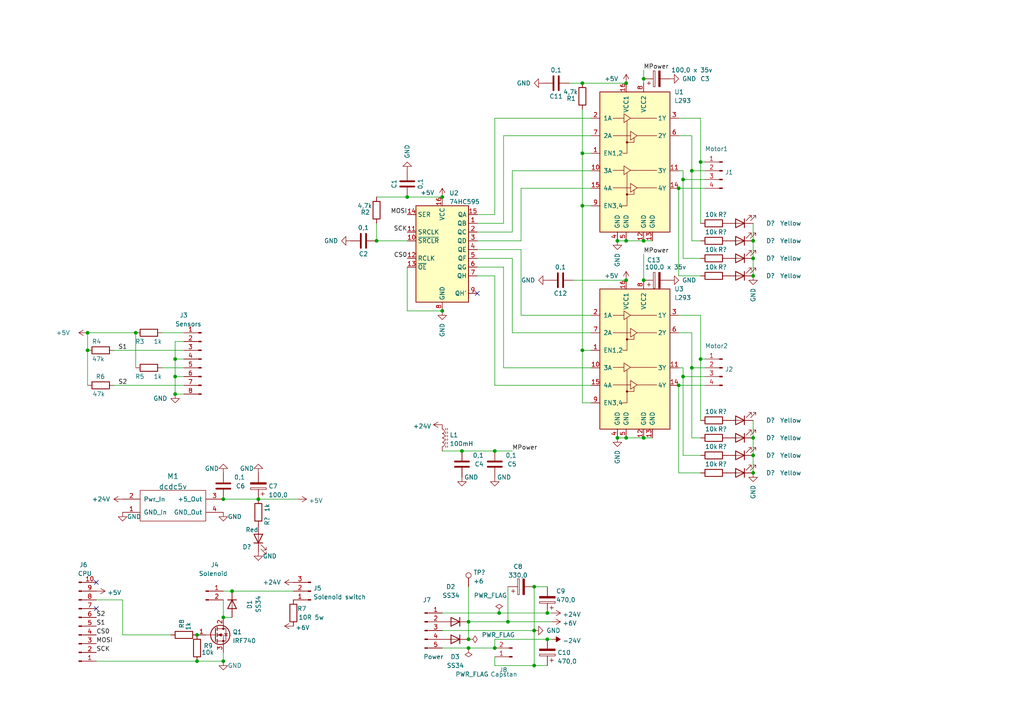
<source format=kicad_sch>
(kicad_sch (version 20211123) (generator eeschema)
  (paper "A4")
  (lib_symbols
    (symbol "74xx:74HC595"
      (property "Reference" "U" (at -7.62 13.97 0))
      (property "Value" "74HC595" (at -7.62 -16.51 0))
      (symbol "74HC595_1_0"
        (pin tri_state line (at 10.16 7.62 180) (length 2.54) (name "QB") (number "1"))
        (pin input line (at -10.16 2.54 0) (length 2.54) (name "~{SRCLR}") (number "10"))
        (pin input line (at -10.16 5.08 0) (length 2.54) (name "SRCLK") (number "11"))
        (pin input line (at -10.16 -2.54 0) (length 2.54) (name "RCLK") (number "12"))
        (pin input line (at -10.16 -5.08 0) (length 2.54) (name "~{OE}") (number "13"))
        (pin input line (at -10.16 10.16 0) (length 2.54) (name "SER") (number "14"))
        (pin tri_state line (at 10.16 10.16 180) (length 2.54) (name "QA") (number "15"))
        (pin power_in line (at 0 15.24 270) (length 2.54) (name "VCC") (number "16"))
        (pin tri_state line (at 10.16 5.08 180) (length 2.54) (name "QC") (number "2"))
        (pin tri_state line (at 10.16 2.54 180) (length 2.54) (name "QD") (number "3"))
        (pin tri_state line (at 10.16 0 180) (length 2.54) (name "QE") (number "4"))
        (pin tri_state line (at 10.16 -2.54 180) (length 2.54) (name "QF") (number "5"))
        (pin tri_state line (at 10.16 -5.08 180) (length 2.54) (name "QG") (number "6"))
        (pin tri_state line (at 10.16 -7.62 180) (length 2.54) (name "QH") (number "7"))
        (pin power_in line (at 0 -17.78 90) (length 2.54) (name "GND") (number "8"))
        (pin output line (at 10.16 -12.7 180) (length 2.54) (name "QH'") (number "9"))
      )
      (symbol "74HC595_1_1"
        (rectangle (start -7.62 12.7) (end 7.62 -15.24) (stroke (width 0.254)) (fill (type background)))
      )
    )
    (symbol "Connector:Conn_01x02_Male" (pin_names (offset 1.016) hide)
      (property "Reference" "J" (at 0 2.54 0))
      (property "Value" "Conn_01x02_Male" (at 0 -5.08 0))
      (symbol "Conn_01x02_Male_1_1"
        (polyline (pts (xy 1.27 -2.54) (xy 0.8636 -2.54)) (stroke (width 0.1524)))
        (polyline (pts (xy 1.27 0) (xy 0.8636 0)) (stroke (width 0.1524)))
        (rectangle (start 0.8636 -2.413) (end 0 -2.667) (stroke (width 0.1524)) (fill (type outline)))
        (rectangle (start 0.8636 0.127) (end 0 -0.127) (stroke (width 0.1524)) (fill (type outline)))
        (pin passive line (at 5.08 0 180) (length 3.81) (name "Pin_1") (number "1"))
        (pin passive line (at 5.08 -2.54 180) (length 3.81) (name "Pin_2") (number "2"))
      )
    )
    (symbol "Connector:Conn_01x03_Male" (pin_names (offset 1.016) hide)
      (property "Reference" "J" (at 0 5.08 0))
      (property "Value" "Conn_01x03_Male" (at 0 -5.08 0))
      (symbol "Conn_01x03_Male_1_1"
        (polyline (pts (xy 1.27 -2.54) (xy 0.8636 -2.54)) (stroke (width 0.1524)))
        (polyline (pts (xy 1.27 0) (xy 0.8636 0)) (stroke (width 0.1524)))
        (polyline (pts (xy 1.27 2.54) (xy 0.8636 2.54)) (stroke (width 0.1524)))
        (rectangle (start 0.8636 -2.413) (end 0 -2.667) (stroke (width 0.1524)) (fill (type outline)))
        (rectangle (start 0.8636 0.127) (end 0 -0.127) (stroke (width 0.1524)) (fill (type outline)))
        (rectangle (start 0.8636 2.667) (end 0 2.413) (stroke (width 0.1524)) (fill (type outline)))
        (pin passive line (at 5.08 2.54 180) (length 3.81) (name "Pin_1") (number "1"))
        (pin passive line (at 5.08 0 180) (length 3.81) (name "Pin_2") (number "2"))
        (pin passive line (at 5.08 -2.54 180) (length 3.81) (name "Pin_3") (number "3"))
      )
    )
    (symbol "Connector:Conn_01x04_Male" (pin_names (offset 1.016) hide)
      (property "Reference" "J" (at 0 5.08 0))
      (property "Value" "Conn_01x04_Male" (at 0 -7.62 0))
      (symbol "Conn_01x04_Male_1_1"
        (polyline (pts (xy 1.27 -5.08) (xy 0.8636 -5.08)) (stroke (width 0.1524)))
        (polyline (pts (xy 1.27 -2.54) (xy 0.8636 -2.54)) (stroke (width 0.1524)))
        (polyline (pts (xy 1.27 0) (xy 0.8636 0)) (stroke (width 0.1524)))
        (polyline (pts (xy 1.27 2.54) (xy 0.8636 2.54)) (stroke (width 0.1524)))
        (rectangle (start 0.8636 -4.953) (end 0 -5.207) (stroke (width 0.1524)) (fill (type outline)))
        (rectangle (start 0.8636 -2.413) (end 0 -2.667) (stroke (width 0.1524)) (fill (type outline)))
        (rectangle (start 0.8636 0.127) (end 0 -0.127) (stroke (width 0.1524)) (fill (type outline)))
        (rectangle (start 0.8636 2.667) (end 0 2.413) (stroke (width 0.1524)) (fill (type outline)))
        (pin passive line (at 5.08 2.54 180) (length 3.81) (name "Pin_1") (number "1"))
        (pin passive line (at 5.08 0 180) (length 3.81) (name "Pin_2") (number "2"))
        (pin passive line (at 5.08 -2.54 180) (length 3.81) (name "Pin_3") (number "3"))
        (pin passive line (at 5.08 -5.08 180) (length 3.81) (name "Pin_4") (number "4"))
      )
    )
    (symbol "Connector:Conn_01x05_Male" (pin_names (offset 1.016) hide)
      (property "Reference" "J" (at 0 7.62 0))
      (property "Value" "Conn_01x05_Male" (at 0 -7.62 0))
      (symbol "Conn_01x05_Male_1_1"
        (polyline (pts (xy 1.27 -5.08) (xy 0.8636 -5.08)) (stroke (width 0.1524)))
        (polyline (pts (xy 1.27 -2.54) (xy 0.8636 -2.54)) (stroke (width 0.1524)))
        (polyline (pts (xy 1.27 0) (xy 0.8636 0)) (stroke (width 0.1524)))
        (polyline (pts (xy 1.27 2.54) (xy 0.8636 2.54)) (stroke (width 0.1524)))
        (polyline (pts (xy 1.27 5.08) (xy 0.8636 5.08)) (stroke (width 0.1524)))
        (rectangle (start 0.8636 -4.953) (end 0 -5.207) (stroke (width 0.1524)) (fill (type outline)))
        (rectangle (start 0.8636 -2.413) (end 0 -2.667) (stroke (width 0.1524)) (fill (type outline)))
        (rectangle (start 0.8636 0.127) (end 0 -0.127) (stroke (width 0.1524)) (fill (type outline)))
        (rectangle (start 0.8636 2.667) (end 0 2.413) (stroke (width 0.1524)) (fill (type outline)))
        (rectangle (start 0.8636 5.207) (end 0 4.953) (stroke (width 0.1524)) (fill (type outline)))
        (pin passive line (at 5.08 5.08 180) (length 3.81) (name "Pin_1") (number "1"))
        (pin passive line (at 5.08 2.54 180) (length 3.81) (name "Pin_2") (number "2"))
        (pin passive line (at 5.08 0 180) (length 3.81) (name "Pin_3") (number "3"))
        (pin passive line (at 5.08 -2.54 180) (length 3.81) (name "Pin_4") (number "4"))
        (pin passive line (at 5.08 -5.08 180) (length 3.81) (name "Pin_5") (number "5"))
      )
    )
    (symbol "Connector:Conn_01x08_Male" (pin_names (offset 1.016) hide)
      (property "Reference" "J" (at 0 10.16 0))
      (property "Value" "Conn_01x08_Male" (at 0 -12.7 0))
      (symbol "Conn_01x08_Male_1_1"
        (polyline (pts (xy 1.27 -10.16) (xy 0.8636 -10.16)) (stroke (width 0.1524)))
        (polyline (pts (xy 1.27 -7.62) (xy 0.8636 -7.62)) (stroke (width 0.1524)))
        (polyline (pts (xy 1.27 -5.08) (xy 0.8636 -5.08)) (stroke (width 0.1524)))
        (polyline (pts (xy 1.27 -2.54) (xy 0.8636 -2.54)) (stroke (width 0.1524)))
        (polyline (pts (xy 1.27 0) (xy 0.8636 0)) (stroke (width 0.1524)))
        (polyline (pts (xy 1.27 2.54) (xy 0.8636 2.54)) (stroke (width 0.1524)))
        (polyline (pts (xy 1.27 5.08) (xy 0.8636 5.08)) (stroke (width 0.1524)))
        (polyline (pts (xy 1.27 7.62) (xy 0.8636 7.62)) (stroke (width 0.1524)))
        (rectangle (start 0.8636 -10.033) (end 0 -10.287) (stroke (width 0.1524)) (fill (type outline)))
        (rectangle (start 0.8636 -7.493) (end 0 -7.747) (stroke (width 0.1524)) (fill (type outline)))
        (rectangle (start 0.8636 -4.953) (end 0 -5.207) (stroke (width 0.1524)) (fill (type outline)))
        (rectangle (start 0.8636 -2.413) (end 0 -2.667) (stroke (width 0.1524)) (fill (type outline)))
        (rectangle (start 0.8636 0.127) (end 0 -0.127) (stroke (width 0.1524)) (fill (type outline)))
        (rectangle (start 0.8636 2.667) (end 0 2.413) (stroke (width 0.1524)) (fill (type outline)))
        (rectangle (start 0.8636 5.207) (end 0 4.953) (stroke (width 0.1524)) (fill (type outline)))
        (rectangle (start 0.8636 7.747) (end 0 7.493) (stroke (width 0.1524)) (fill (type outline)))
        (pin passive line (at 5.08 7.62 180) (length 3.81) (name "Pin_1") (number "1"))
        (pin passive line (at 5.08 5.08 180) (length 3.81) (name "Pin_2") (number "2"))
        (pin passive line (at 5.08 2.54 180) (length 3.81) (name "Pin_3") (number "3"))
        (pin passive line (at 5.08 0 180) (length 3.81) (name "Pin_4") (number "4"))
        (pin passive line (at 5.08 -2.54 180) (length 3.81) (name "Pin_5") (number "5"))
        (pin passive line (at 5.08 -5.08 180) (length 3.81) (name "Pin_6") (number "6"))
        (pin passive line (at 5.08 -7.62 180) (length 3.81) (name "Pin_7") (number "7"))
        (pin passive line (at 5.08 -10.16 180) (length 3.81) (name "Pin_8") (number "8"))
      )
    )
    (symbol "Connector:Conn_01x10_Male" (pin_names (offset 1.016) hide)
      (property "Reference" "J" (at 0 12.7 0))
      (property "Value" "Conn_01x10_Male" (at 0 -15.24 0))
      (symbol "Conn_01x10_Male_1_1"
        (polyline (pts (xy 1.27 -12.7) (xy 0.8636 -12.7)) (stroke (width 0.1524)))
        (polyline (pts (xy 1.27 -10.16) (xy 0.8636 -10.16)) (stroke (width 0.1524)))
        (polyline (pts (xy 1.27 -7.62) (xy 0.8636 -7.62)) (stroke (width 0.1524)))
        (polyline (pts (xy 1.27 -5.08) (xy 0.8636 -5.08)) (stroke (width 0.1524)))
        (polyline (pts (xy 1.27 -2.54) (xy 0.8636 -2.54)) (stroke (width 0.1524)))
        (polyline (pts (xy 1.27 0) (xy 0.8636 0)) (stroke (width 0.1524)))
        (polyline (pts (xy 1.27 2.54) (xy 0.8636 2.54)) (stroke (width 0.1524)))
        (polyline (pts (xy 1.27 5.08) (xy 0.8636 5.08)) (stroke (width 0.1524)))
        (polyline (pts (xy 1.27 7.62) (xy 0.8636 7.62)) (stroke (width 0.1524)))
        (polyline (pts (xy 1.27 10.16) (xy 0.8636 10.16)) (stroke (width 0.1524)))
        (rectangle (start 0.8636 -12.573) (end 0 -12.827) (stroke (width 0.1524)) (fill (type outline)))
        (rectangle (start 0.8636 -10.033) (end 0 -10.287) (stroke (width 0.1524)) (fill (type outline)))
        (rectangle (start 0.8636 -7.493) (end 0 -7.747) (stroke (width 0.1524)) (fill (type outline)))
        (rectangle (start 0.8636 -4.953) (end 0 -5.207) (stroke (width 0.1524)) (fill (type outline)))
        (rectangle (start 0.8636 -2.413) (end 0 -2.667) (stroke (width 0.1524)) (fill (type outline)))
        (rectangle (start 0.8636 0.127) (end 0 -0.127) (stroke (width 0.1524)) (fill (type outline)))
        (rectangle (start 0.8636 2.667) (end 0 2.413) (stroke (width 0.1524)) (fill (type outline)))
        (rectangle (start 0.8636 5.207) (end 0 4.953) (stroke (width 0.1524)) (fill (type outline)))
        (rectangle (start 0.8636 7.747) (end 0 7.493) (stroke (width 0.1524)) (fill (type outline)))
        (rectangle (start 0.8636 10.287) (end 0 10.033) (stroke (width 0.1524)) (fill (type outline)))
        (pin passive line (at 5.08 10.16 180) (length 3.81) (name "Pin_1") (number "1"))
        (pin passive line (at 5.08 -12.7 180) (length 3.81) (name "Pin_10") (number "10"))
        (pin passive line (at 5.08 7.62 180) (length 3.81) (name "Pin_2") (number "2"))
        (pin passive line (at 5.08 5.08 180) (length 3.81) (name "Pin_3") (number "3"))
        (pin passive line (at 5.08 2.54 180) (length 3.81) (name "Pin_4") (number "4"))
        (pin passive line (at 5.08 0 180) (length 3.81) (name "Pin_5") (number "5"))
        (pin passive line (at 5.08 -2.54 180) (length 3.81) (name "Pin_6") (number "6"))
        (pin passive line (at 5.08 -5.08 180) (length 3.81) (name "Pin_7") (number "7"))
        (pin passive line (at 5.08 -7.62 180) (length 3.81) (name "Pin_8") (number "8"))
        (pin passive line (at 5.08 -10.16 180) (length 3.81) (name "Pin_9") (number "9"))
      )
    )
    (symbol "Connector:TestPoint" (pin_numbers hide) (pin_names (offset 0.762) hide)
      (property "Reference" "TP" (at 0 6.858 0))
      (property "Value" "TestPoint" (at 0 5.08 0))
      (symbol "TestPoint_0_1"
        (circle (center 0 3.302) (radius 0.762))
      )
      (symbol "TestPoint_1_1"
        (pin passive line (at 0 0 90) (length 2.54) (name "1") (number "1"))
      )
    )
    (symbol "Device:C" (pin_numbers hide) (pin_names (offset 0.254))
      (property "Reference" "C" (at 0.635 2.54 0))
      (property "Value" "C" (at 0.635 -2.54 0))
      (symbol "C_0_1"
        (polyline (pts (xy -2.032 -0.762) (xy 2.032 -0.762)) (stroke (width 0.508)))
        (polyline (pts (xy -2.032 0.762) (xy 2.032 0.762)) (stroke (width 0.508)))
      )
      (symbol "C_1_1"
        (pin passive line (at 0 3.81 270) (length 2.794) (name "~") (number "1"))
        (pin passive line (at 0 -3.81 90) (length 2.794) (name "~") (number "2"))
      )
    )
    (symbol "Device:C_Polarized" (pin_numbers hide) (pin_names (offset 0.254))
      (property "Reference" "C" (at 0.635 2.54 0))
      (property "Value" "C_Polarized" (at 0.635 -2.54 0))
      (symbol "C_Polarized_0_1"
        (rectangle (start -2.286 0.508) (end 2.286 1.016))
        (polyline (pts (xy -1.778 2.286) (xy -0.762 2.286)))
        (polyline (pts (xy -1.27 2.794) (xy -1.27 1.778)))
        (rectangle (start 2.286 -0.508) (end -2.286 -1.016) (fill (type outline)))
      )
      (symbol "C_Polarized_1_1"
        (pin passive line (at 0 3.81 270) (length 2.794) (name "~") (number "1"))
        (pin passive line (at 0 -3.81 90) (length 2.794) (name "~") (number "2"))
      )
    )
    (symbol "Device:D" (pin_numbers hide) (pin_names (offset 1.016) hide)
      (property "Reference" "D" (at 0 2.54 0))
      (property "Value" "D" (at 0 -2.54 0))
      (symbol "D_0_1"
        (polyline (pts (xy -1.27 1.27) (xy -1.27 -1.27)) (stroke (width 0.254)))
        (polyline (pts (xy 1.27 0) (xy -1.27 0)))
        (polyline (pts (xy 1.27 1.27) (xy 1.27 -1.27) (xy -1.27 0) (xy 1.27 1.27)) (stroke (width 0.254)))
      )
      (symbol "D_1_1"
        (pin passive line (at -3.81 0 0) (length 2.54) (name "K") (number "1"))
        (pin passive line (at 3.81 0 180) (length 2.54) (name "A") (number "2"))
      )
    )
    (symbol "Device:LED" (pin_numbers hide) (pin_names (offset 1.016) hide)
      (property "Reference" "D" (at 0 2.54 0))
      (property "Value" "LED" (at 0 -2.54 0))
      (symbol "LED_0_1"
        (polyline (pts (xy -1.27 -1.27) (xy -1.27 1.27)) (stroke (width 0.254)))
        (polyline (pts (xy -1.27 0) (xy 1.27 0)))
        (polyline (pts (xy 1.27 -1.27) (xy 1.27 1.27) (xy -1.27 0) (xy 1.27 -1.27)) (stroke (width 0.254)))
        (polyline (pts (xy -3.048 -0.762) (xy -4.572 -2.286) (xy -3.81 -2.286) (xy -4.572 -2.286) (xy -4.572 -1.524)))
        (polyline (pts (xy -1.778 -0.762) (xy -3.302 -2.286) (xy -2.54 -2.286) (xy -3.302 -2.286) (xy -3.302 -1.524)))
      )
      (symbol "LED_1_1"
        (pin passive line (at -3.81 0 0) (length 2.54) (name "K") (number "1"))
        (pin passive line (at 3.81 0 180) (length 2.54) (name "A") (number "2"))
      )
    )
    (symbol "Device:L_Ferrite" (pin_numbers hide) (pin_names (offset 1.016) hide)
      (property "Reference" "L" (at -1.27 0 90))
      (property "Value" "L_Ferrite" (at 2.794 0 90))
      (symbol "L_Ferrite_0_1"
        (arc (start 0 -2.54) (mid 0.635 -1.905) (end 0 -1.27))
        (arc (start 0 -1.27) (mid 0.635 -0.635) (end 0 0))
        (polyline (pts (xy 1.016 -2.794) (xy 1.016 -2.286)))
        (polyline (pts (xy 1.016 -1.778) (xy 1.016 -1.27)))
        (polyline (pts (xy 1.016 -0.762) (xy 1.016 -0.254)))
        (polyline (pts (xy 1.016 0.254) (xy 1.016 0.762)))
        (polyline (pts (xy 1.016 1.27) (xy 1.016 1.778)))
        (polyline (pts (xy 1.016 2.286) (xy 1.016 2.794)))
        (polyline (pts (xy 1.524 -2.286) (xy 1.524 -2.794)))
        (polyline (pts (xy 1.524 -1.27) (xy 1.524 -1.778)))
        (polyline (pts (xy 1.524 -0.254) (xy 1.524 -0.762)))
        (polyline (pts (xy 1.524 0.762) (xy 1.524 0.254)))
        (polyline (pts (xy 1.524 1.778) (xy 1.524 1.27)))
        (polyline (pts (xy 1.524 2.794) (xy 1.524 2.286)))
        (arc (start 0 0) (mid 0.635 0.635) (end 0 1.27))
        (arc (start 0 1.27) (mid 0.635 1.905) (end 0 2.54))
      )
      (symbol "L_Ferrite_1_1"
        (pin passive line (at 0 3.81 270) (length 1.27) (name "1") (number "1"))
        (pin passive line (at 0 -3.81 90) (length 1.27) (name "2") (number "2"))
      )
    )
    (symbol "Device:R" (pin_numbers hide) (pin_names (offset 0))
      (property "Reference" "R" (at 2.032 0 90))
      (property "Value" "R" (at 0 0 90))
      (symbol "R_0_1"
        (rectangle (start -1.016 -2.54) (end 1.016 2.54) (stroke (width 0.254)))
      )
      (symbol "R_1_1"
        (pin passive line (at 0 3.81 270) (length 1.27) (name "~") (number "1"))
        (pin passive line (at 0 -3.81 90) (length 1.27) (name "~") (number "2"))
      )
    )
    (symbol "Driver_Motor:L293" (pin_names (offset 1.016))
      (property "Reference" "U" (at -5.08 26.035 0))
      (property "Value" "L293" (at -5.08 24.13 0))
      (symbol "L293_0_1"
        (rectangle (start -10.16 22.86) (end 10.16 -17.78) (stroke (width 0.254)) (fill (type background)))
        (circle (center -2.286 -6.858) (radius 0.254) (fill (type outline)))
        (circle (center -2.286 8.255) (radius 0.254) (fill (type outline)))
        (polyline (pts (xy -6.35 -4.953) (xy -1.27 -4.953)))
        (polyline (pts (xy -6.35 0.127) (xy -3.175 0.127)))
        (polyline (pts (xy -6.35 10.16) (xy -1.27 10.16)))
        (polyline (pts (xy -6.35 15.24) (xy -3.175 15.24)))
        (polyline (pts (xy -1.27 0.127) (xy 6.35 0.127)))
        (polyline (pts (xy -1.27 15.24) (xy 6.35 15.24)))
        (polyline (pts (xy 0.635 -4.953) (xy 6.35 -4.953)))
        (polyline (pts (xy 0.635 10.16) (xy 6.35 10.16)))
        (polyline (pts (xy -2.286 -6.858) (xy -0.254 -6.858) (xy -0.254 -5.588)))
        (polyline (pts (xy -2.286 -0.635) (xy -2.286 -10.16) (xy -3.556 -10.16)))
        (polyline (pts (xy -2.286 8.255) (xy -0.254 8.255) (xy -0.254 9.525)))
        (polyline (pts (xy -2.286 14.478) (xy -2.286 5.08) (xy -3.556 5.08)))
        (polyline (pts (xy -3.175 1.397) (xy -3.175 -1.143) (xy -1.27 0.127) (xy -3.175 1.397)))
        (polyline (pts (xy -3.175 16.51) (xy -3.175 13.97) (xy -1.27 15.24) (xy -3.175 16.51)))
        (polyline (pts (xy -1.27 -3.683) (xy -1.27 -6.223) (xy 0.635 -4.953) (xy -1.27 -3.683)))
        (polyline (pts (xy -1.27 11.43) (xy -1.27 8.89) (xy 0.635 10.16) (xy -1.27 11.43)))
      )
      (symbol "L293_1_1"
        (pin input line (at -12.7 5.08 0) (length 2.54) (name "EN1,2") (number "1"))
        (pin input line (at -12.7 0 0) (length 2.54) (name "3A") (number "10"))
        (pin output line (at 12.7 0 180) (length 2.54) (name "3Y") (number "11"))
        (pin power_in line (at 2.54 -20.32 90) (length 2.54) (name "GND") (number "12"))
        (pin power_in line (at 5.08 -20.32 90) (length 2.54) (name "GND") (number "13"))
        (pin output line (at 12.7 -5.08 180) (length 2.54) (name "4Y") (number "14"))
        (pin input line (at -12.7 -5.08 0) (length 2.54) (name "4A") (number "15"))
        (pin power_in line (at -2.54 25.4 270) (length 2.54) (name "VCC1") (number "16"))
        (pin input line (at -12.7 15.24 0) (length 2.54) (name "1A") (number "2"))
        (pin output line (at 12.7 15.24 180) (length 2.54) (name "1Y") (number "3"))
        (pin power_in line (at -5.08 -20.32 90) (length 2.54) (name "GND") (number "4"))
        (pin power_in line (at -2.54 -20.32 90) (length 2.54) (name "GND") (number "5"))
        (pin output line (at 12.7 10.16 180) (length 2.54) (name "2Y") (number "6"))
        (pin input line (at -12.7 10.16 0) (length 2.54) (name "2A") (number "7"))
        (pin power_in line (at 2.54 25.4 270) (length 2.54) (name "VCC2") (number "8"))
        (pin input line (at -12.7 -10.16 0) (length 2.54) (name "EN3,4") (number "9"))
      )
    )
    (symbol "Transistor_FET:IRF740" (pin_names hide)
      (property "Reference" "Q" (at 6.35 1.905 0))
      (property "Value" "IRF740" (at 6.35 0 0))
      (symbol "IRF740_0_1"
        (polyline (pts (xy 0.254 0) (xy -2.54 0)))
        (polyline (pts (xy 0.254 1.905) (xy 0.254 -1.905)) (stroke (width 0.254)))
        (polyline (pts (xy 0.762 -1.27) (xy 0.762 -2.286)) (stroke (width 0.254)))
        (polyline (pts (xy 0.762 0.508) (xy 0.762 -0.508)) (stroke (width 0.254)))
        (polyline (pts (xy 0.762 2.286) (xy 0.762 1.27)) (stroke (width 0.254)))
        (polyline (pts (xy 2.54 2.54) (xy 2.54 1.778)))
        (polyline (pts (xy 2.54 -2.54) (xy 2.54 0) (xy 0.762 0)))
        (polyline (pts (xy 0.762 -1.778) (xy 3.302 -1.778) (xy 3.302 1.778) (xy 0.762 1.778)))
        (polyline (pts (xy 1.016 0) (xy 2.032 0.381) (xy 2.032 -0.381) (xy 1.016 0)) (fill (type outline)))
        (polyline (pts (xy 2.794 0.508) (xy 2.921 0.381) (xy 3.683 0.381) (xy 3.81 0.254)))
        (polyline (pts (xy 3.302 0.381) (xy 2.921 -0.254) (xy 3.683 -0.254) (xy 3.302 0.381)))
        (circle (center 1.651 0) (radius 2.794) (stroke (width 0.254)))
        (circle (center 2.54 -1.778) (radius 0.254) (fill (type outline)))
        (circle (center 2.54 1.778) (radius 0.254) (fill (type outline)))
      )
      (symbol "IRF740_1_1"
        (pin input line (at -5.08 0 0) (length 2.54) (name "G") (number "1"))
        (pin passive line (at 2.54 5.08 270) (length 2.54) (name "D") (number "2"))
        (pin passive line (at 2.54 -5.08 90) (length 2.54) (name "S") (number "3"))
      )
    )
    (symbol "power:+24V" (power) (pin_names (offset 0))
      (property "Value" "+24V" (at 0 3.556 0))
      (symbol "+24V_0_1"
        (polyline (pts (xy -0.762 1.27) (xy 0 2.54)))
        (polyline (pts (xy 0 0) (xy 0 2.54)))
        (polyline (pts (xy 0 2.54) (xy 0.762 1.27)))
      )
      (symbol "+24V_1_1"
        (pin power_in line (at 0 0 90) (length 0) hide (name "+24V") (number "1"))
      )
    )
    (symbol "power:+5V" (power) (pin_names (offset 0))
      (property "Value" "+5V" (at 0 3.556 0))
      (symbol "+5V_0_1"
        (polyline (pts (xy -0.762 1.27) (xy 0 2.54)))
        (polyline (pts (xy 0 0) (xy 0 2.54)))
        (polyline (pts (xy 0 2.54) (xy 0.762 1.27)))
      )
      (symbol "+5V_1_1"
        (pin power_in line (at 0 0 90) (length 0) hide (name "+5V") (number "1"))
      )
    )
    (symbol "power:+6V" (power) (pin_names (offset 0))
      (property "Value" "+6V" (at 0 3.556 0))
      (symbol "+6V_0_1"
        (polyline (pts (xy -0.762 1.27) (xy 0 2.54)))
        (polyline (pts (xy 0 0) (xy 0 2.54)))
        (polyline (pts (xy 0 2.54) (xy 0.762 1.27)))
      )
      (symbol "+6V_1_1"
        (pin power_in line (at 0 0 90) (length 0) hide (name "+6V") (number "1"))
      )
    )
    (symbol "power:-24V" (power) (pin_names (offset 0))
      (property "Value" "-24V" (at 0 3.81 0))
      (symbol "-24V_0_0"
        (pin power_in line (at 0 0 90) (length 0) hide (name "-24V") (number "1"))
      )
      (symbol "-24V_0_1"
        (polyline (pts (xy 0 0) (xy 0 1.27) (xy 0.762 1.27) (xy 0 2.54) (xy -0.762 1.27) (xy 0 1.27)) (fill (type outline)))
      )
    )
    (symbol "power:GND" (power) (pin_names (offset 0))
      (property "Value" "GND" (at 0 -3.81 0))
      (symbol "GND_0_1"
        (polyline (pts (xy 0 0) (xy 0 -1.27) (xy 1.27 -1.27) (xy 0 -2.54) (xy -1.27 -1.27) (xy 0 -1.27)))
      )
      (symbol "GND_1_1"
        (pin power_in line (at 0 0 270) (length 0) hide (name "GND") (number "1"))
      )
    )
    (symbol "power:PWR_FLAG" (power) (pin_numbers hide) (pin_names (offset 0) hide)
      (property "Value" "PWR_FLAG" (at 0 3.81 0))
      (symbol "PWR_FLAG_0_0"
        (pin power_out line (at 0 0 90) (length 0) (name "pwr") (number "1"))
      )
      (symbol "PWR_FLAG_0_1"
        (polyline (pts (xy 0 0) (xy 0 1.27) (xy -1.016 1.905) (xy 0 2.54) (xy 1.016 1.905) (xy 0 1.27)))
      )
    )
    (symbol "ussr_ic:dcdc5v" (pin_names (offset 1.016))
      (property "Reference" "M" (at -8.89 6.35 0))
      (property "Value" "dcdc5v" (at 5.08 -5.08 0))
      (symbol "dcdc5v_0_1"
        (rectangle (start -10.16 -3.81) (end 8.89 5.08))
      )
      (symbol "dcdc5v_1_1"
        (pin power_in line (at -15.24 -1.27 0) (length 5.08) (name "GND_In") (number "1"))
        (pin power_in line (at -15.24 2.54 0) (length 5.08) (name "Pwr_In") (number "2"))
        (pin power_out line (at 13.97 2.54 180) (length 5.08) (name "+5_Out") (number "3"))
        (pin power_out line (at 13.97 -1.27 180) (length 5.08) (name "GND_Out") (number "4"))
      )
    )
  )
  (junction (at 128.27 90.17))
  (junction (at 196.85 111.76))
  (junction (at 181.61 24.13))
  (junction (at 50.8 109.22))
  (junction (at 118.11 57.15))
  (junction (at 143.51 187.96))
  (junction (at 133.985 130.81))
  (junction (at 168.91 59.69))
  (junction (at 74.93 144.78))
  (junction (at 154.94 182.88))
  (junction (at 64.77 191.77))
  (junction (at 50.8 104.14))
  (junction (at 179.07 69.85))
  (junction (at 168.91 44.45))
  (junction (at 218.44 80.01))
  (junction (at 218.44 69.85))
  (junction (at 67.31 171.45))
  (junction (at 186.69 81.28))
  (junction (at 218.44 132.08))
  (junction (at 200.66 49.53))
  (junction (at 143.51 130.81))
  (junction (at 25.4 96.52))
  (junction (at 196.85 54.61))
  (junction (at 168.91 101.6))
  (junction (at 181.61 81.28))
  (junction (at 39.37 96.52))
  (junction (at 181.61 69.85))
  (junction (at 198.12 109.22))
  (junction (at 186.69 69.85))
  (junction (at 25.4 101.6))
  (junction (at 218.44 74.93))
  (junction (at 154.94 170.18))
  (junction (at 181.61 127))
  (junction (at 198.12 52.07))
  (junction (at 203.2 104.14))
  (junction (at 57.15 184.15))
  (junction (at 158.75 177.8))
  (junction (at 186.69 22.86))
  (junction (at 135.89 185.42))
  (junction (at 144.78 177.8))
  (junction (at 168.91 24.13))
  (junction (at 203.2 46.99))
  (junction (at 147.32 180.34))
  (junction (at 218.44 127))
  (junction (at 64.77 179.07))
  (junction (at 158.75 185.42))
  (junction (at 135.89 187.96))
  (junction (at 128.27 57.15))
  (junction (at 135.89 180.34))
  (junction (at 179.07 127))
  (junction (at 57.15 191.77))
  (junction (at 64.77 144.78))
  (junction (at 154.94 193.04))
  (junction (at 186.69 127))
  (junction (at 218.44 137.16))
  (junction (at 109.22 69.85))
  (junction (at 50.8 114.3))
  (junction (at 200.66 106.68))
  (no_connect (at 27.94 176.53))
  (no_connect (at 27.94 168.91))
  (no_connect (at 138.43 85.09))
  (wire (pts (xy 171.45 101.6) (xy 168.91 101.6)))
  (wire (pts (xy 196.85 111.76) (xy 204.47 111.76)))
  (wire (pts (xy 200.66 127) (xy 200.66 106.68)))
  (wire (pts (xy 86.36 144.78) (xy 74.93 144.78)))
  (wire (pts (xy 33.02 101.6) (xy 53.34 101.6)))
  (wire (pts (xy 171.45 44.45) (xy 168.91 44.45)))
  (wire (pts (xy 198.12 52.07) (xy 198.12 49.53)))
  (wire (pts (xy 143.51 193.04) (xy 154.94 193.04)))
  (wire (pts (xy 186.69 127) (xy 189.23 127)))
  (wire (pts (xy 181.61 127) (xy 186.69 127)))
  (wire (pts (xy 204.47 109.22) (xy 198.12 109.22)))
  (wire (pts (xy 166.37 81.28) (xy 181.61 81.28)))
  (wire (pts (xy 203.2 80.01) (xy 196.85 80.01)))
  (wire (pts (xy 146.05 77.47) (xy 138.43 77.47)))
  (wire (pts (xy 25.4 96.52) (xy 25.4 101.6)))
  (wire (pts (xy 165.1 24.13) (xy 168.91 24.13)))
  (wire (pts (xy 168.91 31.75) (xy 168.91 44.45)))
  (wire (pts (xy 128.27 182.88) (xy 154.94 182.88)))
  (wire (pts (xy 151.13 69.85) (xy 151.13 54.61)))
  (wire (pts (xy 203.2 34.29) (xy 203.2 46.99)))
  (wire (pts (xy 171.45 91.44) (xy 151.13 91.44)))
  (wire (pts (xy 203.2 121.92) (xy 203.2 104.14)))
  (wire (pts (xy 171.45 116.84) (xy 168.91 116.84)))
  (wire (pts (xy 146.05 39.37) (xy 171.45 39.37)))
  (wire (pts (xy 143.51 62.23) (xy 143.51 34.29)))
  (wire (pts (xy 35.56 184.15) (xy 49.53 184.15)))
  (wire (pts (xy 218.44 127) (xy 218.44 132.08)))
  (wire (pts (xy 53.34 99.06) (xy 50.8 99.06)))
  (wire (pts (xy 50.8 114.3) (xy 53.34 114.3)))
  (wire (pts (xy 218.44 69.85) (xy 218.44 74.93)))
  (wire (pts (xy 148.59 67.31) (xy 148.59 49.53)))
  (wire (pts (xy 158.75 193.04) (xy 154.94 193.04)))
  (wire (pts (xy 27.94 191.77) (xy 57.15 191.77)))
  (wire (pts (xy 146.05 64.77) (xy 146.05 39.37)))
  (wire (pts (xy 27.94 173.99) (xy 35.56 173.99)))
  (wire (pts (xy 171.45 96.52) (xy 148.59 96.52)))
  (wire (pts (xy 203.2 46.99) (xy 204.47 46.99)))
  (wire (pts (xy 143.51 34.29) (xy 171.45 34.29)))
  (wire (pts (xy 171.45 111.76) (xy 143.51 111.76)))
  (wire (pts (xy 218.44 64.77) (xy 218.44 69.85)))
  (wire (pts (xy 218.44 132.08) (xy 218.44 137.16)))
  (wire (pts (xy 46.99 96.52) (xy 53.34 96.52)))
  (wire (pts (xy 25.4 101.6) (xy 25.4 111.76)))
  (wire (pts (xy 50.8 109.22) (xy 50.8 114.3)))
  (wire (pts (xy 128.27 130.81) (xy 133.985 130.81)))
  (wire (pts (xy 204.47 52.07) (xy 198.12 52.07)))
  (wire (pts (xy 147.32 180.34) (xy 160.02 180.34)))
  (wire (pts (xy 109.22 57.15) (xy 118.11 57.15)))
  (wire (pts (xy 218.44 121.92) (xy 218.44 127)))
  (wire (pts (xy 203.2 74.93) (xy 198.12 74.93)))
  (wire (pts (xy 198.12 106.68) (xy 196.85 106.68)))
  (wire (pts (xy 186.69 22.86) (xy 186.69 24.13)))
  (wire (pts (xy 109.22 69.85) (xy 118.11 69.85)))
  (wire (pts (xy 181.61 69.85) (xy 186.69 69.85)))
  (wire (pts (xy 186.69 73.66) (xy 186.69 81.28)))
  (wire (pts (xy 203.2 132.08) (xy 198.12 132.08)))
  (wire (pts (xy 46.99 106.68) (xy 53.34 106.68)))
  (wire (pts (xy 198.12 109.22) (xy 198.12 106.68)))
  (wire (pts (xy 109.22 64.77) (xy 109.22 69.85)))
  (wire (pts (xy 118.11 77.47) (xy 118.11 90.17)))
  (wire (pts (xy 138.43 62.23) (xy 143.51 62.23)))
  (wire (pts (xy 158.75 177.8) (xy 160.02 177.8)))
  (wire (pts (xy 198.12 132.08) (xy 198.12 109.22)))
  (wire (pts (xy 118.11 90.17) (xy 128.27 90.17)))
  (wire (pts (xy 128.27 177.8) (xy 144.78 177.8)))
  (wire (pts (xy 25.4 96.52) (xy 39.37 96.52)))
  (wire (pts (xy 33.02 111.76) (xy 53.34 111.76)))
  (wire (pts (xy 203.2 69.85) (xy 200.66 69.85)))
  (wire (pts (xy 143.51 185.42) (xy 158.75 185.42)))
  (wire (pts (xy 196.85 80.01) (xy 196.85 54.61)))
  (wire (pts (xy 186.69 20.32) (xy 186.69 22.86)))
  (wire (pts (xy 144.78 177.8) (xy 158.75 177.8)))
  (wire (pts (xy 148.59 130.81) (xy 143.51 130.81)))
  (wire (pts (xy 143.51 80.01) (xy 138.43 80.01)))
  (wire (pts (xy 200.66 69.85) (xy 200.66 49.53)))
  (wire (pts (xy 135.89 180.34) (xy 147.32 180.34)))
  (wire (pts (xy 203.2 34.29) (xy 196.85 34.29)))
  (wire (pts (xy 200.66 106.68) (xy 200.66 96.52)))
  (wire (pts (xy 168.91 44.45) (xy 168.91 59.69)))
  (wire (pts (xy 148.59 49.53) (xy 171.45 49.53)))
  (wire (pts (xy 148.59 74.93) (xy 138.43 74.93)))
  (wire (pts (xy 143.51 190.5) (xy 143.51 193.04)))
  (wire (pts (xy 158.75 170.18) (xy 154.94 170.18)))
  (wire (pts (xy 171.45 106.68) (xy 146.05 106.68)))
  (wire (pts (xy 53.34 109.22) (xy 50.8 109.22)))
  (wire (pts (xy 179.07 127) (xy 181.61 127)))
  (wire (pts (xy 143.51 130.81) (xy 133.985 130.81)))
  (wire (pts (xy 154.94 193.04) (xy 154.94 182.88)))
  (wire (pts (xy 168.91 116.84) (xy 168.91 101.6)))
  (wire (pts (xy 35.56 173.99) (xy 35.56 184.15)))
  (wire (pts (xy 158.75 185.42) (xy 160.02 185.42)))
  (wire (pts (xy 138.43 64.77) (xy 146.05 64.77)))
  (wire (pts (xy 196.85 96.52) (xy 200.66 96.52)))
  (wire (pts (xy 135.89 180.34) (xy 135.89 185.42)))
  (wire (pts (xy 203.2 127) (xy 200.66 127)))
  (wire (pts (xy 138.43 67.31) (xy 148.59 67.31)))
  (wire (pts (xy 203.2 104.14) (xy 203.2 91.44)))
  (wire (pts (xy 143.51 111.76) (xy 143.51 80.01)))
  (wire (pts (xy 118.11 57.15) (xy 128.27 57.15)))
  (wire (pts (xy 148.59 96.52) (xy 148.59 74.93)))
  (wire (pts (xy 196.85 54.61) (xy 204.47 54.61)))
  (wire (pts (xy 168.91 59.69) (xy 171.45 59.69)))
  (wire (pts (xy 138.43 69.85) (xy 151.13 69.85)))
  (wire (pts (xy 203.2 64.77) (xy 203.2 46.99)))
  (wire (pts (xy 204.47 106.68) (xy 200.66 106.68)))
  (wire (pts (xy 203.2 91.44) (xy 196.85 91.44)))
  (wire (pts (xy 200.66 39.37) (xy 196.85 39.37)))
  (wire (pts (xy 50.8 104.14) (xy 50.8 109.22)))
  (wire (pts (xy 53.34 104.14) (xy 50.8 104.14)))
  (wire (pts (xy 154.94 170.18) (xy 154.94 182.88)))
  (wire (pts (xy 74.93 144.78) (xy 64.77 144.78)))
  (wire (pts (xy 64.77 171.45) (xy 67.31 171.45)))
  (wire (pts (xy 203.2 137.16) (xy 196.85 137.16)))
  (wire (pts (xy 135.89 187.96) (xy 143.51 187.96)))
  (wire (pts (xy 143.51 187.96) (xy 143.51 185.42)))
  (wire (pts (xy 200.66 49.53) (xy 200.66 39.37)))
  (wire (pts (xy 204.47 49.53) (xy 200.66 49.53)))
  (wire (pts (xy 196.85 137.16) (xy 196.85 111.76)))
  (wire (pts (xy 203.2 104.14) (xy 204.47 104.14)))
  (wire (pts (xy 218.44 74.93) (xy 218.44 80.01)))
  (wire (pts (xy 196.85 49.53) (xy 198.12 49.53)))
  (wire (pts (xy 67.31 171.45) (xy 85.09 171.45)))
  (wire (pts (xy 147.32 170.18) (xy 147.32 180.34)))
  (wire (pts (xy 39.37 96.52) (xy 39.37 106.68)))
  (wire (pts (xy 151.13 91.44) (xy 151.13 72.39)))
  (wire (pts (xy 57.15 191.77) (xy 64.77 191.77)))
  (wire (pts (xy 179.07 69.85) (xy 181.61 69.85)))
  (wire (pts (xy 146.05 106.68) (xy 146.05 77.47)))
  (wire (pts (xy 168.91 101.6) (xy 168.91 59.69)))
  (wire (pts (xy 64.77 179.07) (xy 67.31 179.07)))
  (wire (pts (xy 64.77 173.99) (xy 64.77 179.07)))
  (wire (pts (xy 151.13 54.61) (xy 171.45 54.61)))
  (wire (pts (xy 198.12 74.93) (xy 198.12 52.07)))
  (wire (pts (xy 50.8 99.06) (xy 50.8 104.14)))
  (wire (pts (xy 151.13 72.39) (xy 138.43 72.39)))
  (wire (pts (xy 186.69 69.85) (xy 189.23 69.85)))
  (wire (pts (xy 135.89 170.18) (xy 135.89 180.34)))
  (wire (pts (xy 128.27 187.96) (xy 135.89 187.96)))
  (wire (pts (xy 64.77 191.77) (xy 64.77 189.23)))
  (wire (pts (xy 168.91 24.13) (xy 181.61 24.13)))
  (label "MOSI" (at 118.11 62.23 180))
  (label "CS0" (at 118.11 74.93 180))
  (label "S2" (at 27.94 179.07 0))
  (label "S2" (at 34.29 111.76 0))
  (label "MPower" (at 148.59 130.81 0))
  (label "MPower" (at 186.69 20.32 0))
  (label "S1" (at 27.94 181.61 0))
  (label "SCK" (at 27.94 189.23 0))
  (label "MOSI" (at 27.94 186.69 0))
  (label "SCK" (at 118.11 67.31 180))
  (label "MPower" (at 186.69 73.66 0))
  (label "CS0" (at 27.94 184.15 0))
  (label "S1" (at 34.29 101.6 0))
  (symbol (lib_id "Device:R") (at 74.93 148.59 0) (unit 1)
    (property "Reference" "R?" (at 77.47 149.86 90) (effects (justify right)))
    (property "Value" "1k" (at 77.47 146.05 90) (effects (justify right)))
    (property "Footprint" "Resistor_SMD:R_1206_3216Metric_Pad1.30x1.75mm_HandSolder" (effects hide))
  )
  (symbol (lib_id "power:GND") (at 118.11 49.53 180) (unit 1)
    (property "Reference" "#PWR0110" (effects hide))
    (property "Value" "GND" (at 118.11 41.91 90) (effects (justify left)))
  )
  (symbol (lib_id "Device:R") (at 168.91 27.94 0) (unit 1)
    (property "Reference" "R1" (at 167.005 28.575 0) (effects (justify right)))
    (property "Value" "4,7k" (at 167.64 26.67 0) (effects (justify right)))
    (property "Footprint" "Resistor_SMD:R_1206_3216Metric_Pad1.30x1.75mm_HandSolder" (effects hide))
  )
  (symbol (lib_id "Device:C_Polarized") (at 151.13 170.18 90) (unit 1)
    (property "Reference" "C8" (at 150.241 164.3212 90))
    (property "Value" "330,0" (at 150.241 166.8581 90))
  )
  (symbol (lib_id "Device:R") (at 207.01 74.93 90) (unit 1)
    (property "Reference" "R?" (at 208.28 72.39 90) (effects (justify right)))
    (property "Value" "10k" (at 204.47 72.39 90) (effects (justify right)))
    (property "Footprint" "Resistor_SMD:R_1206_3216Metric_Pad1.30x1.75mm_HandSolder" (effects hide))
  )
  (symbol (lib_id "Device:LED") (at 214.63 121.92 180) (unit 1)
    (property "Reference" "D?" (at 224.79 121.92 0) (effects (justify left)))
    (property "Value" "Yellow" (at 232.41 121.92 0) (effects (justify left)))
    (property "Footprint" "LED_SMD:LED_1206_3216Metric_Pad1.42x1.75mm_HandSolder" (effects hide))
  )
  (symbol (lib_id "Driver_Motor:L293") (at 184.15 49.53 0) (unit 1)
    (property "Reference" "U1" (at 195.58 26.67 0) (effects (justify left)))
    (property "Value" "L293" (at 195.58 29.21 0) (effects (justify left)))
    (property "Footprint" "Package_DIP:DIP-16_W7.62mm_Socket_LongPads" (effects hide))
    (property "Datasheet" "http://www.ti.com/lit/ds/symlink/l293.pdf" (effects hide))
  )
  (symbol (lib_id "Device:C_Polarized") (at 158.75 173.99 180) (unit 1)
    (property "Reference" "C9" (at 161.29 171.45 0) (effects (justify right)))
    (property "Value" "470,0" (at 161.29 173.99 0) (effects (justify right)))
  )
  (symbol (lib_id "Device:R") (at 43.18 106.68 270) (unit 1)
    (property "Reference" "R5" (at 41.91 109.22 90) (effects (justify right)))
    (property "Value" "1k" (at 46.99 109.22 90) (effects (justify right)))
    (property "Footprint" "Resistor_SMD:R_1206_3216Metric_Pad1.30x1.75mm_HandSolder" (effects hide))
  )
  (symbol (lib_id "power:GND") (at 101.6 69.85 270) (unit 1)
    (property "Reference" "#PWR0112" (effects hide))
    (property "Value" "GND" (at 93.98 69.85 90) (effects (justify left)))
  )
  (symbol (lib_id "Device:C") (at 143.51 134.62 180) (unit 1)
    (property "Reference" "C5" (at 149.86 134.62 0) (effects (justify left)))
    (property "Value" "0,1" (at 149.86 132.08 0) (effects (justify left)))
    (property "Footprint" "Capacitor_SMD:C_1206_3216Metric_Pad1.33x1.80mm_HandSolder" (effects hide))
  )
  (symbol (lib_id "Device:C") (at 133.985 134.62 180) (unit 1)
    (property "Reference" "C4" (at 140.335 134.62 0) (effects (justify left)))
    (property "Value" "0,1" (at 140.335 132.08 0) (effects (justify left)))
    (property "Footprint" "Capacitor_SMD:C_1206_3216Metric_Pad1.33x1.80mm_HandSolder" (effects hide))
  )
  (symbol (lib_id "Device:C") (at 64.77 140.97 180) (unit 1)
    (property "Reference" "C6" (at 71.12 140.97 0) (effects (justify left)))
    (property "Value" "0,1" (at 71.12 138.43 0) (effects (justify left)))
    (property "Footprint" "Capacitor_SMD:C_1206_3216Metric_Pad1.33x1.80mm_HandSolder" (effects hide))
  )
  (symbol (lib_id "power:GND") (at 128.27 90.17 0) (unit 1)
    (property "Reference" "#PWR0111" (effects hide))
    (property "Value" "GND" (at 128.27 97.79 90) (effects (justify left)))
  )
  (symbol (lib_id "Device:D") (at 132.08 185.42 180) (unit 1)
    (property "Reference" "D3" (at 133.35 190.5 0) (effects (justify left)))
    (property "Value" "SS34" (at 134.62 193.04 0) (effects (justify left)))
    (property "Footprint" "Diode_SMD:D_SMA-SMB_Universal_Handsoldering" (effects hide))
  )
  (symbol (lib_id "Connector:Conn_01x08_Male") (at 58.42 104.14 0) (mirror y) (unit 1)
    (property "Reference" "J3" (at 52.07 91.44 0) (effects (justify right)))
    (property "Value" "Sensors" (at 50.8 93.98 0) (effects (justify right)))
    (property "Footprint" "Connector_PinHeader_2.54mm:PinHeader_1x08_P2.54mm_Vertical" (effects hide))
  )
  (symbol (lib_id "Device:D") (at 132.08 180.34 180) (unit 1)
    (property "Reference" "D2" (at 132.08 170.18 0) (effects (justify left)))
    (property "Value" "SS34" (at 133.35 172.72 0) (effects (justify left)))
    (property "Footprint" "Diode_SMD:D_SMA-SMB_Universal_Handsoldering" (effects hide))
  )
  (symbol (lib_id "Driver_Motor:L293") (at 184.15 106.68 0) (unit 1)
    (property "Reference" "U3" (at 195.58 83.82 0) (effects (justify left)))
    (property "Value" "L293" (at 195.58 86.36 0) (effects (justify left)))
    (property "Footprint" "Package_DIP:DIP-16_W7.62mm_Socket_LongPads" (effects hide))
    (property "Datasheet" "http://www.ti.com/lit/ds/symlink/l293.pdf" (effects hide))
  )
  (symbol (lib_id "power:+5V") (at 181.61 81.28 0) (unit 1)
    (property "Reference" "#PWR0102" (effects hide))
    (property "Value" "+5V" (at 175.26 80.01 0) (effects (justify left)))
  )
  (symbol (lib_id "Device:C_Polarized") (at 190.5 81.28 90) (unit 1)
    (property "Reference" "C13" (at 189.611 75.4212 90))
    (property "Value" "100,0 x 35v" (at 193.04 77.47 90))
  )
  (symbol (lib_id "power:GND") (at 179.07 69.85 0) (unit 1)
    (property "Reference" "#PWR0107" (effects hide))
    (property "Value" "GND" (at 179.07 77.47 90) (effects (justify left)))
  )
  (symbol (lib_id "Device:C_Polarized") (at 74.93 140.97 180) (unit 1)
    (property "Reference" "C7" (at 77.851 141.0243 0) (effects (justify right)))
    (property "Value" "100,0" (at 77.851 143.5612 0) (effects (justify right)))
  )
  (symbol (lib_id "power:+5V") (at 86.36 144.78 270) (unit 1)
    (property "Reference" "#PWR0127" (effects hide))
    (property "Value" "+5V" (at 89.535 145.2138 90) (effects (justify left)))
  )
  (symbol (lib_id "Device:R") (at 53.34 184.15 270) (unit 1)
    (property "Reference" "R8" (at 52.705 182.245 0) (effects (justify right)))
    (property "Value" "1k" (at 54.61 182.88 0) (effects (justify right)))
    (property "Footprint" "Resistor_SMD:R_1206_3216Metric_Pad1.30x1.75mm_HandSolder" (effects hide))
  )
  (symbol (lib_id "Device:R") (at 85.09 177.8 0) (unit 1)
    (property "Reference" "R7" (at 88.9 176.53 0) (effects (justify right)))
    (property "Value" "10R 5w" (at 93.98 179.07 0) (effects (justify right)))
    (property "Footprint" "Resistor_THT:R_Axial_Power_L25.0mm_W9.0mm_P30.48mm" (effects hide))
  )
  (symbol (lib_id "Connector:Conn_01x03_Male") (at 90.17 171.45 180) (unit 1)
    (property "Reference" "J5" (at 90.8812 170.6153 0) (effects (justify right)))
    (property "Value" "Solenoid switch" (at 90.8812 173.1522 0) (effects (justify right)))
  )
  (symbol (lib_id "Connector:Conn_01x10_Male") (at 22.86 181.61 0) (mirror x) (unit 1)
    (property "Reference" "J6" (at 25.4 163.83 0) (effects (justify right)))
    (property "Value" "CPU" (at 26.67 166.37 0) (effects (justify right)))
    (property "Footprint" "Connector_PinHeader_2.54mm:PinHeader_1x10_P2.54mm_Horizontal" (effects hide))
  )
  (symbol (lib_id "Device:LED") (at 214.63 69.85 180) (unit 1)
    (property "Reference" "D?" (at 224.79 69.85 0) (effects (justify left)))
    (property "Value" "Yellow" (at 232.41 69.85 0) (effects (justify left)))
    (property "Footprint" "LED_SMD:LED_1206_3216Metric_Pad1.42x1.75mm_HandSolder" (effects hide))
  )
  (symbol (lib_id "Connector:Conn_01x02_Male") (at 148.59 190.5 180) (unit 1)
    (property "Reference" "J8" (at 144.78 194.31 0) (effects (justify right)))
    (property "Value" "Capstan" (at 142.24 195.58 0) (effects (justify right)))
  )
  (symbol (lib_id "Device:C") (at 105.41 69.85 270) (unit 1)
    (property "Reference" "C2" (at 105.41 73.66 90))
    (property "Value" "0,1" (at 105.41 66.04 90))
    (property "Footprint" "Capacitor_SMD:C_1206_3216Metric_Pad1.33x1.80mm_HandSolder" (effects hide))
  )
  (symbol (lib_id "Connector:Conn_01x04_Male") (at 209.55 106.68 0) (mirror y) (unit 1)
    (property "Reference" "J2" (at 210.2612 107.1153 0) (effects (justify right)))
    (property "Value" "Motor2" (at 204.47 100.33 0) (effects (justify right)))
    (property "Footprint" "Connector_PinHeader_2.54mm:PinHeader_1x04_P2.54mm_Vertical" (effects hide))
  )
  (symbol (lib_id "power:+5V") (at 25.4 96.52 90) (mirror x) (unit 1)
    (property "Reference" "#PWR0128" (effects hide))
    (property "Value" "+5V" (at 20.32 96.52 90) (effects (justify left)))
  )
  (symbol (lib_id "power:+24V") (at 128.27 123.19 90) (unit 1)
    (property "Reference" "#PWR0106" (effects hide))
    (property "Value" "+24V" (at 125.095 123.6238 90) (effects (justify left)))
  )
  (symbol (lib_id "Device:R") (at 207.01 69.85 90) (unit 1)
    (property "Reference" "R?" (at 208.28 67.31 90) (effects (justify right)))
    (property "Value" "10k" (at 204.47 67.31 90) (effects (justify right)))
    (property "Footprint" "Resistor_SMD:R_1206_3216Metric_Pad1.30x1.75mm_HandSolder" (effects hide))
  )
  (symbol (lib_id "Device:R") (at 207.01 137.16 90) (unit 1)
    (property "Reference" "R?" (at 208.28 134.62 90) (effects (justify right)))
    (property "Value" "10k" (at 204.47 134.62 90) (effects (justify right)))
    (property "Footprint" "Resistor_SMD:R_1206_3216Metric_Pad1.30x1.75mm_HandSolder" (effects hide))
  )
  (symbol (lib_id "power:GND") (at 158.75 81.28 270) (unit 1)
    (property "Reference" "#PWR0131" (effects hide))
    (property "Value" "GND" (at 151.13 81.28 90) (effects (justify left)))
  )
  (symbol (lib_id "power:PWR_FLAG") (at 135.89 185.42 270) (unit 1)
    (property "Reference" "#FLG0101" (effects hide))
    (property "Value" "PWR_FLAG" (at 139.7 184.15 90) (effects (justify left)))
  )
  (symbol (lib_id "Device:LED") (at 214.63 132.08 180) (unit 1)
    (property "Reference" "D?" (at 224.79 132.08 0) (effects (justify left)))
    (property "Value" "Yellow" (at 232.41 132.08 0) (effects (justify left)))
    (property "Footprint" "LED_SMD:LED_1206_3216Metric_Pad1.42x1.75mm_HandSolder" (effects hide))
  )
  (symbol (lib_id "power:GND") (at 179.07 127 0) (unit 1)
    (property "Reference" "#PWR0101" (effects hide))
    (property "Value" "GND" (at 179.07 134.62 90) (effects (justify left)))
  )
  (symbol (lib_id "power:GND") (at 74.93 137.16 180) (unit 1)
    (property "Reference" "#PWR0122" (effects hide))
    (property "Value" "GND" (at 73.66 135.89 0) (effects (justify left)))
  )
  (symbol (lib_id "74xx:74HC595") (at 128.27 72.39 0) (unit 1)
    (property "Reference" "U2" (at 130.2894 55.9902 0) (effects (justify left)))
    (property "Value" "74HC595" (at 130.2894 58.5271 0) (effects (justify left)))
    (property "Footprint" "Package_DIP:DIP-16_W7.62mm_Socket_LongPads" (effects hide))
    (property "Datasheet" "http://www.ti.com/lit/ds/symlink/sn74hc595.pdf" (effects hide))
  )
  (symbol (lib_id "Device:LED") (at 214.63 64.77 180) (unit 1)
    (property "Reference" "D?" (at 224.79 64.77 0) (effects (justify left)))
    (property "Value" "Yellow" (at 232.41 64.77 0) (effects (justify left)))
    (property "Footprint" "LED_SMD:LED_1206_3216Metric_Pad1.42x1.75mm_HandSolder" (effects hide))
  )
  (symbol (lib_id "power:GND") (at 143.51 138.43 0) (unit 1)
    (property "Reference" "#PWR0103" (effects hide))
    (property "Value" "GND" (at 144.145 138.43 0) (effects (justify left)))
  )
  (symbol (lib_id "Device:R") (at 109.22 60.96 0) (unit 1)
    (property "Reference" "R2" (at 107.315 61.595 0) (effects (justify right)))
    (property "Value" "4,7k" (at 107.95 59.69 0) (effects (justify right)))
    (property "Footprint" "Resistor_SMD:R_1206_3216Metric_Pad1.30x1.75mm_HandSolder" (effects hide))
  )
  (symbol (lib_id "power:+5V") (at 27.94 171.45 270) (unit 1)
    (property "Reference" "#PWR0117" (effects hide))
    (property "Value" "+5V" (at 31.115 171.8838 90) (effects (justify left)))
  )
  (symbol (lib_id "Device:R") (at 207.01 64.77 90) (unit 1)
    (property "Reference" "R?" (at 208.28 62.23 90) (effects (justify right)))
    (property "Value" "10k" (at 204.47 62.23 90) (effects (justify right)))
    (property "Footprint" "Resistor_SMD:R_1206_3216Metric_Pad1.30x1.75mm_HandSolder" (effects hide))
  )
  (symbol (lib_id "Connector:Conn_01x02_Male") (at 59.69 171.45 0) (unit 1)
    (property "Reference" "J4" (at 63.5 163.83 0) (effects (justify right)))
    (property "Value" "Solenoid" (at 66.04 166.37 0) (effects (justify right)))
  )
  (symbol (lib_id "Device:R") (at 207.01 121.92 90) (unit 1)
    (property "Reference" "R?" (at 208.28 119.38 90) (effects (justify right)))
    (property "Value" "10k" (at 204.47 119.38 90) (effects (justify right)))
    (property "Footprint" "Resistor_SMD:R_1206_3216Metric_Pad1.30x1.75mm_HandSolder" (effects hide))
  )
  (symbol (lib_id "power:+24V") (at 160.02 177.8 270) (unit 1)
    (property "Reference" "#PWR0116" (effects hide))
    (property "Value" "+24V" (at 163.195 178.2338 90) (effects (justify left)))
  )
  (symbol (lib_id "ussr_ic:dcdc5v") (at 50.8 147.32 0) (unit 1)
    (property "Reference" "M1" (at 50.165 138.1559 0) (effects (font (size 1.524 1.524))))
    (property "Value" "dcdc5v" (at 50.165 141.1493 0) (effects (font (size 1.524 1.524))))
  )
  (symbol (lib_id "Device:C") (at 118.11 53.34 180) (unit 1)
    (property "Reference" "C1" (at 114.3 53.34 90))
    (property "Value" "0,1" (at 121.92 53.34 90))
    (property "Footprint" "Capacitor_SMD:C_1206_3216Metric_Pad1.33x1.80mm_HandSolder" (effects hide))
  )
  (symbol (lib_id "Device:LED") (at 214.63 137.16 180) (unit 1)
    (property "Reference" "D?" (at 224.79 137.16 0) (effects (justify left)))
    (property "Value" "Yellow" (at 232.41 137.16 0) (effects (justify left)))
    (property "Footprint" "LED_SMD:LED_1206_3216Metric_Pad1.42x1.75mm_HandSolder" (effects hide))
  )
  (symbol (lib_id "power:GND") (at 218.44 80.01 0) (unit 1)
    (property "Reference" "#PWR?" (effects hide))
    (property "Value" "GND" (at 218.44 87.63 90) (effects (justify left)))
  )
  (symbol (lib_id "Device:L_Ferrite") (at 128.27 127 0) (unit 1)
    (property "Reference" "L1" (at 130.429 126.1653 0) (effects (justify left)))
    (property "Value" "100mH" (at 130.429 128.7022 0) (effects (justify left)))
    (property "Footprint" "Inductor_THT:L_Toroid_Vertical_L10.0mm_W5.0mm_P5.08mm" (effects hide))
  )
  (symbol (lib_id "power:PWR_FLAG") (at 144.78 177.8 0) (unit 1)
    (property "Reference" "#FLG0102" (effects hide))
    (property "Value" "PWR_FLAG" (at 142.24 172.72 0))
  )
  (symbol (lib_id "Device:R") (at 57.15 187.96 180) (unit 1)
    (property "Reference" "R9" (at 59.055 187.325 0) (effects (justify right)))
    (property "Value" "10k" (at 58.42 189.23 0) (effects (justify right)))
    (property "Footprint" "Resistor_SMD:R_1206_3216Metric_Pad1.30x1.75mm_HandSolder" (effects hide))
  )
  (symbol (lib_id "Device:R") (at 29.21 111.76 270) (unit 1)
    (property "Reference" "R6" (at 30.48 109.22 90) (effects (justify right)))
    (property "Value" "47k" (at 30.48 114.3 90) (effects (justify right)))
    (property "Footprint" "Resistor_SMD:R_1206_3216Metric_Pad1.30x1.75mm_HandSolder" (effects hide))
  )
  (symbol (lib_id "power:GND") (at 35.56 148.59 0) (unit 1)
    (property "Reference" "#PWR0124" (effects hide))
    (property "Value" "GND" (at 36.83 149.86 0) (effects (justify left)))
  )
  (symbol (lib_id "Device:LED") (at 214.63 127 180) (unit 1)
    (property "Reference" "D?" (at 224.79 127 0) (effects (justify left)))
    (property "Value" "Yellow" (at 232.41 127 0) (effects (justify left)))
    (property "Footprint" "LED_SMD:LED_1206_3216Metric_Pad1.42x1.75mm_HandSolder" (effects hide))
  )
  (symbol (lib_id "Connector:Conn_01x04_Male") (at 209.55 49.53 0) (mirror y) (unit 1)
    (property "Reference" "J1" (at 210.2612 49.9653 0) (effects (justify right)))
    (property "Value" "Motor1" (at 204.47 43.18 0) (effects (justify right)))
    (property "Footprint" "Connector_PinHeader_2.54mm:PinHeader_1x04_P2.54mm_Vertical" (effects hide))
  )
  (symbol (lib_id "Device:R") (at 207.01 132.08 90) (unit 1)
    (property "Reference" "R?" (at 208.28 129.54 90) (effects (justify right)))
    (property "Value" "10k" (at 204.47 129.54 90) (effects (justify right)))
    (property "Footprint" "Resistor_SMD:R_1206_3216Metric_Pad1.30x1.75mm_HandSolder" (effects hide))
  )
  (symbol (lib_id "Device:D") (at 67.31 175.26 270) (unit 1)
    (property "Reference" "D1" (at 72.39 173.99 0) (effects (justify left)))
    (property "Value" "SS34" (at 74.93 172.72 0) (effects (justify left)))
    (property "Footprint" "Diode_SMD:D_SMA-SMB_Universal_Handsoldering" (effects hide))
  )
  (symbol (lib_id "power:PWR_FLAG") (at 135.89 187.96 180) (unit 1)
    (property "Reference" "#FLG0103" (effects hide))
    (property "Value" "PWR_FLAG" (at 132.08 195.58 0) (effects (justify right)))
  )
  (symbol (lib_id "power:+24V") (at 85.09 168.91 90) (unit 1)
    (property "Reference" "#PWR0119" (effects hide))
    (property "Value" "+24V" (at 76.2 168.91 90) (effects (justify right)))
  )
  (symbol (lib_id "power:+24V") (at 35.56 144.78 90) (unit 1)
    (property "Reference" "#PWR0123" (effects hide))
    (property "Value" "+24V" (at 26.67 144.78 90) (effects (justify right)))
  )
  (symbol (lib_id "power:-24V") (at 160.02 185.42 270) (unit 1)
    (property "Reference" "#PWR0114" (effects hide))
    (property "Value" "-24V" (at 163.195 185.8538 90) (effects (justify left)))
  )
  (symbol (lib_id "Device:C_Polarized") (at 158.75 189.23 180) (unit 1)
    (property "Reference" "C10" (at 161.671 189.2843 0) (effects (justify right)))
    (property "Value" "470,0" (at 161.671 191.8212 0) (effects (justify right)))
  )
  (symbol (lib_id "power:+5V") (at 181.61 24.13 0) (unit 1)
    (property "Reference" "#PWR0108" (effects hide))
    (property "Value" "+5V" (at 175.26 22.86 0) (effects (justify left)))
  )
  (symbol (lib_id "power:+6V") (at 85.09 181.61 90) (unit 1)
    (property "Reference" "#PWR0120" (effects hide))
    (property "Value" "+6V" (at 85.725 182.0438 90) (effects (justify right)))
  )
  (symbol (lib_id "Device:C") (at 161.29 24.13 270) (unit 1)
    (property "Reference" "C11" (at 161.29 27.94 90))
    (property "Value" "0,1" (at 161.29 20.32 90))
    (property "Footprint" "Capacitor_SMD:C_1206_3216Metric_Pad1.33x1.80mm_HandSolder" (effects hide))
  )
  (symbol (lib_id "power:GND") (at 157.48 24.13 270) (unit 1)
    (property "Reference" "#PWR0129" (effects hide))
    (property "Value" "GND" (at 149.86 24.13 90) (effects (justify left)))
  )
  (symbol (lib_id "power:GND") (at 64.77 137.16 180) (unit 1)
    (property "Reference" "#PWR0125" (effects hide))
    (property "Value" "GND" (at 63.5 135.89 0) (effects (justify left)))
  )
  (symbol (lib_id "power:GND") (at 194.31 22.86 90) (unit 1)
    (property "Reference" "#PWR0105" (effects hide))
    (property "Value" "GND" (at 201.93 22.86 90) (effects (justify left)))
  )
  (symbol (lib_id "Device:C_Polarized") (at 190.5 22.86 90) (unit 1)
    (property "Reference" "C3" (at 204.47 22.86 90))
    (property "Value" "100,0 x 35v" (at 200.66 20.32 90))
  )
  (symbol (lib_id "Device:R") (at 207.01 127 90) (unit 1)
    (property "Reference" "R?" (at 208.28 124.46 90) (effects (justify right)))
    (property "Value" "10k" (at 204.47 124.46 90) (effects (justify right)))
    (property "Footprint" "Resistor_SMD:R_1206_3216Metric_Pad1.30x1.75mm_HandSolder" (effects hide))
  )
  (symbol (lib_id "power:+5V") (at 128.27 57.15 0) (unit 1)
    (property "Reference" "#PWR0109" (effects hide))
    (property "Value" "+5V" (at 121.92 55.88 0) (effects (justify left)))
  )
  (symbol (lib_id "Device:LED") (at 214.63 80.01 180) (unit 1)
    (property "Reference" "D?" (at 224.79 80.01 0) (effects (justify left)))
    (property "Value" "Yellow" (at 232.41 80.01 0) (effects (justify left)))
    (property "Footprint" "LED_SMD:LED_1206_3216Metric_Pad1.42x1.75mm_HandSolder" (effects hide))
  )
  (symbol (lib_id "Transistor_FET:IRF740") (at 62.23 184.15 0) (unit 1)
    (property "Reference" "Q1" (at 67.437 183.3153 0) (effects (justify left)))
    (property "Value" "IRF740" (at 67.437 185.8522 0) (effects (justify left)))
    (property "Footprint" "Package_TO_SOT_THT:TO-220-3_Vertical" (effects hide))
    (property "Datasheet" "http://www.vishay.com/docs/91054/91054.pdf" (effects hide))
  )
  (symbol (lib_id "power:GND") (at 50.8 114.3 0) (unit 1)
    (property "Reference" "#PWR0126" (effects hide))
    (property "Value" "GND" (at 44.45 115.57 0) (effects (justify left)))
  )
  (symbol (lib_id "Device:LED") (at 214.63 74.93 180) (unit 1)
    (property "Reference" "D?" (at 224.79 74.93 0) (effects (justify left)))
    (property "Value" "Yellow" (at 232.41 74.93 0) (effects (justify left)))
    (property "Footprint" "LED_SMD:LED_1206_3216Metric_Pad1.42x1.75mm_HandSolder" (effects hide))
  )
  (symbol (lib_id "Device:C") (at 162.56 81.28 270) (unit 1)
    (property "Reference" "C12" (at 162.56 85.09 90))
    (property "Value" "0,1" (at 162.56 77.47 90))
    (property "Footprint" "Capacitor_SMD:C_1206_3216Metric_Pad1.33x1.80mm_HandSolder" (effects hide))
  )
  (symbol (lib_id "power:GND") (at 74.93 160.02 0) (unit 1)
    (property "Reference" "#PWR?" (effects hide))
    (property "Value" "GND" (at 76.2 161.29 0) (effects (justify left)))
  )
  (symbol (lib_id "Device:R") (at 29.21 101.6 90) (unit 1)
    (property "Reference" "R4" (at 26.67 99.06 90) (effects (justify right)))
    (property "Value" "47k" (at 26.67 104.14 90) (effects (justify right)))
    (property "Footprint" "Resistor_SMD:R_1206_3216Metric_Pad1.30x1.75mm_HandSolder" (effects hide))
  )
  (symbol (lib_id "power:GND") (at 64.77 148.59 0) (unit 1)
    (property "Reference" "#PWR0121" (effects hide))
    (property "Value" "GND" (at 66.04 149.86 0) (effects (justify left)))
  )
  (symbol (lib_id "Connector:TestPoint") (at 135.89 170.18 0) (unit 1)
    (property "Reference" "TP?" (at 137.287 166.0433 0) (effects (justify left)))
    (property "Value" "+6" (at 137.287 168.5802 0) (effects (justify left)))
  )
  (symbol (lib_id "Device:R") (at 207.01 80.01 90) (unit 1)
    (property "Reference" "R?" (at 208.28 77.47 90) (effects (justify right)))
    (property "Value" "10k" (at 204.47 77.47 90) (effects (justify right)))
    (property "Footprint" "Resistor_SMD:R_1206_3216Metric_Pad1.30x1.75mm_HandSolder" (effects hide))
  )
  (symbol (lib_id "Device:R") (at 43.18 96.52 270) (unit 1)
    (property "Reference" "R3" (at 41.91 99.06 90) (effects (justify right)))
    (property "Value" "1k" (at 46.99 99.06 90) (effects (justify right)))
    (property "Footprint" "Resistor_SMD:R_1206_3216Metric_Pad1.30x1.75mm_HandSolder" (effects hide))
  )
  (symbol (lib_id "power:GND") (at 64.77 191.77 0) (unit 1)
    (property "Reference" "#PWR0118" (effects hide))
    (property "Value" "GND" (at 66.04 193.04 0) (effects (justify left)))
  )
  (symbol (lib_id "power:GND") (at 218.44 137.16 0) (unit 1)
    (property "Reference" "#PWR?" (effects hide))
    (property "Value" "GND" (at 218.44 144.78 90) (effects (justify left)))
  )
  (symbol (lib_id "power:+6V") (at 160.02 180.34 270) (unit 1)
    (property "Reference" "#PWR0115" (effects hide))
    (property "Value" "+6V" (at 163.195 180.7738 90) (effects (justify left)))
  )
  (symbol (lib_id "Connector:Conn_01x05_Male") (at 123.19 182.88 0) (unit 1)
    (property "Reference" "J7" (at 123.825 174.024 0))
    (property "Value" "Power" (at 125.73 190.5 0))
  )
  (symbol (lib_id "power:GND") (at 194.31 81.28 90) (unit 1)
    (property "Reference" "#PWR0130" (effects hide))
    (property "Value" "GND" (at 201.93 81.28 90) (effects (justify left)))
  )
  (symbol (lib_id "Device:LED") (at 74.93 156.21 90) (unit 1)
    (property "Reference" "D?" (at 72.898 158.6322 90) (effects (justify left)))
    (property "Value" "Red" (at 74.93 153.67 90) (effects (justify left)))
    (property "Footprint" "LED_SMD:LED_1206_3216Metric_Pad1.42x1.75mm_HandSolder" (effects hide))
  )
  (symbol (lib_id "power:GND") (at 154.94 182.88 90) (unit 1)
    (property "Reference" "#PWR0113" (effects hide))
    (property "Value" "GND" (at 162.56 182.88 90) (effects (justify left)))
  )
  (symbol (lib_id "power:GND") (at 133.985 138.43 0) (unit 1)
    (property "Reference" "#PWR0104" (effects hide))
    (property "Value" "GND" (at 134.62 138.43 0) (effects (justify left)))
  )
)
</source>
